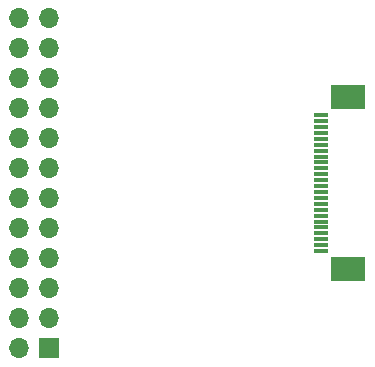
<source format=gbr>
%TF.GenerationSoftware,KiCad,Pcbnew,8.0.3-8.0.3-0~ubuntu23.10.1*%
%TF.CreationDate,2024-10-20T15:16:08-04:00*%
%TF.ProjectId,24Pin,32345069-6e2e-46b6-9963-61645f706362,rev?*%
%TF.SameCoordinates,Original*%
%TF.FileFunction,Soldermask,Top*%
%TF.FilePolarity,Negative*%
%FSLAX46Y46*%
G04 Gerber Fmt 4.6, Leading zero omitted, Abs format (unit mm)*
G04 Created by KiCad (PCBNEW 8.0.3-8.0.3-0~ubuntu23.10.1) date 2024-10-20 15:16:08*
%MOMM*%
%LPD*%
G01*
G04 APERTURE LIST*
%ADD10R,1.250000X0.300000*%
%ADD11R,3.000000X2.000000*%
%ADD12R,1.700000X1.700000*%
%ADD13O,1.700000X1.700000*%
G04 APERTURE END LIST*
D10*
%TO.C,J2*%
X138650000Y-95750000D03*
X138650000Y-95250000D03*
X138650000Y-94750000D03*
X138650000Y-94250000D03*
X138650000Y-93750000D03*
X138650000Y-93250000D03*
X138650000Y-92750000D03*
X138650000Y-92250000D03*
X138650000Y-91750000D03*
X138650000Y-91250000D03*
X138650000Y-90750000D03*
X138650000Y-90250000D03*
X138650000Y-89750000D03*
X138650000Y-89250000D03*
X138650000Y-88750000D03*
X138650000Y-88250000D03*
X138650000Y-87750000D03*
X138650000Y-87250000D03*
X138650000Y-86750000D03*
X138650000Y-86250000D03*
X138650000Y-85750000D03*
X138650000Y-85250000D03*
X138650000Y-84750000D03*
X138650000Y-84250000D03*
D11*
X140975000Y-97290000D03*
X140975000Y-82710000D03*
%TD*%
D12*
%TO.C,J1*%
X115650000Y-103975000D03*
D13*
X113110000Y-103975000D03*
X115650000Y-101435000D03*
X113110000Y-101435000D03*
X115650000Y-98895000D03*
X113110000Y-98895000D03*
X115650000Y-96355000D03*
X113110000Y-96355000D03*
X115650000Y-93815000D03*
X113110000Y-93815000D03*
X115650000Y-91275000D03*
X113110000Y-91275000D03*
X115650000Y-88735000D03*
X113110000Y-88735000D03*
X115650000Y-86195000D03*
X113110000Y-86195000D03*
X115650000Y-83655000D03*
X113110000Y-83655000D03*
X115650000Y-81115000D03*
X113110000Y-81115000D03*
X115650000Y-78575000D03*
X113110000Y-78575000D03*
X115650000Y-76035000D03*
X113110000Y-76035000D03*
%TD*%
M02*

</source>
